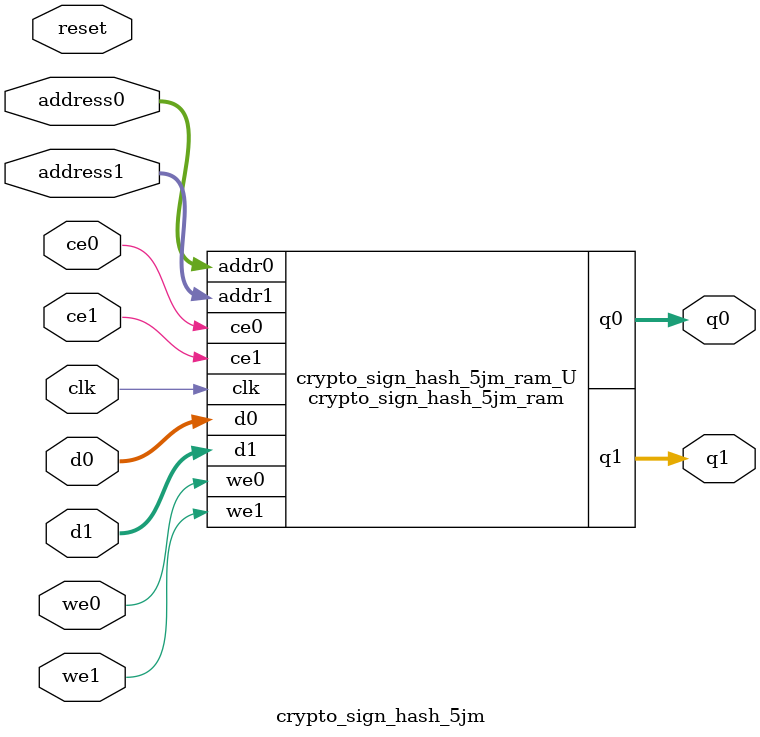
<source format=v>

`timescale 1 ns / 1 ps
module crypto_sign_hash_5jm_ram (addr0, ce0, d0, we0, q0, addr1, ce1, d1, we1, q1,  clk);

parameter DWIDTH = 8;
parameter AWIDTH = 7;
parameter MEM_SIZE = 128;

input[AWIDTH-1:0] addr0;
input ce0;
input[DWIDTH-1:0] d0;
input we0;
output reg[DWIDTH-1:0] q0;
input[AWIDTH-1:0] addr1;
input ce1;
input[DWIDTH-1:0] d1;
input we1;
output reg[DWIDTH-1:0] q1;
input clk;

(* ram_style = "block" *)reg [DWIDTH-1:0] ram[0:MEM_SIZE-1];




always @(posedge clk)  
begin 
    if (ce0) 
    begin
        if (we0) 
        begin 
            ram[addr0] <= d0; 
            q0 <= d0;
        end 
        else 
            q0 <= ram[addr0];
    end
end


always @(posedge clk)  
begin 
    if (ce1) 
    begin
        if (we1) 
        begin 
            ram[addr1] <= d1; 
            q1 <= d1;
        end 
        else 
            q1 <= ram[addr1];
    end
end


endmodule


`timescale 1 ns / 1 ps
module crypto_sign_hash_5jm(
    reset,
    clk,
    address0,
    ce0,
    we0,
    d0,
    q0,
    address1,
    ce1,
    we1,
    d1,
    q1);

parameter DataWidth = 32'd8;
parameter AddressRange = 32'd128;
parameter AddressWidth = 32'd7;
input reset;
input clk;
input[AddressWidth - 1:0] address0;
input ce0;
input we0;
input[DataWidth - 1:0] d0;
output[DataWidth - 1:0] q0;
input[AddressWidth - 1:0] address1;
input ce1;
input we1;
input[DataWidth - 1:0] d1;
output[DataWidth - 1:0] q1;



crypto_sign_hash_5jm_ram crypto_sign_hash_5jm_ram_U(
    .clk( clk ),
    .addr0( address0 ),
    .ce0( ce0 ),
    .d0( d0 ),
    .we0( we0 ),
    .q0( q0 ),
    .addr1( address1 ),
    .ce1( ce1 ),
    .d1( d1 ),
    .we1( we1 ),
    .q1( q1 ));

endmodule


</source>
